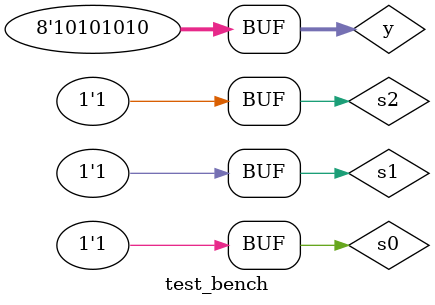
<source format=v>



module multiplexer(s2,s1,s0,x,y);
input s2,s1,s0;
input [7:0]y;
output x;
assign x=y[0]&(~s2&~s1&~s0)|y[1]&(~s2&~s1&s0)|y[2]&(~s2&s1&~s0)|y[3]&(~s2&s1&s0)|y[4]&(s2&~s1&~s0)|y[5]&(s2&~s1&s0)|y[6]&(s2&s1&~s0)|y[7]&(s2&s1&s0);
endmodule

//test bench
module test_bench;
reg s2,s1,s0;
reg [7:0]y;
wire x;
multiplexer mu(s2,s1,s0,x,y);
initial
begin
y=8'b1010101010;
s2=1'b0;
s1=1'b0;
s0=1'b0;
#10;
y=8'b1010101010;s2=1'b0;s1=1'b0;s0=1'b1;
#10;
y=8'b1010101010;s2=1'b0;s1=1'b1;s0=1'b0;
#10;
y=8'b1010101010;s2=1'b0;s1=1'b1;s0=1'b1;
#10;
y=8'b1010101010;s2=1'b1;s1=1'b0;s0=1'b0;
#10;
y=8'b1010101010;s2=1'b1;s1=1'b0;s0=1'b1;
#10;
y=8'b1010101010;s2=1'b1;s1=1'b1;s0=1'b0;
#10;
y=8'b1010101010;s2=1'b1;s1=1'b1;s0=1'b1;
#10;
end
endmodule


</source>
